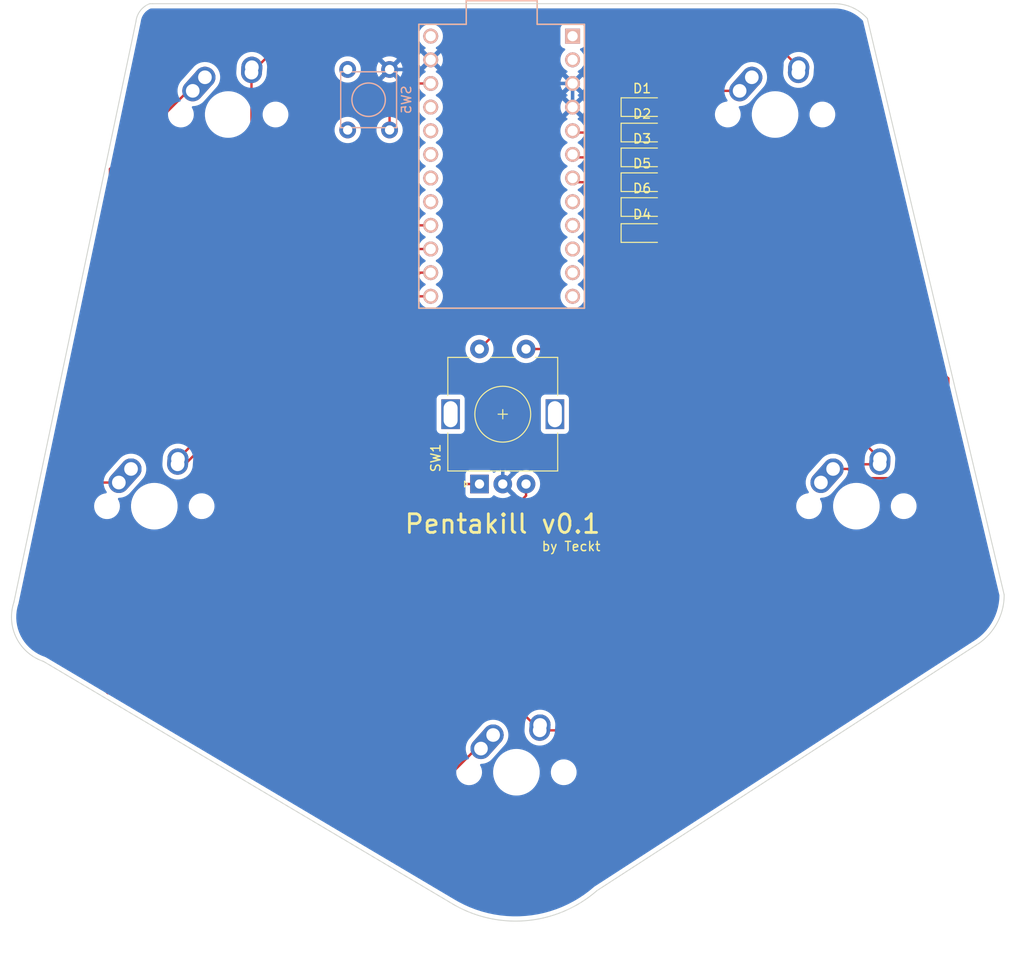
<source format=kicad_pcb>
(kicad_pcb (version 20211014) (generator pcbnew)
  (layers (0 "F.Cu" signal) (31 "B.Cu" signal) (34 "B.Paste" user) (35 "F.Paste" user) (36 "B.SilkS" user "B.Silkscreen") (37 "F.SilkS" user "F.Silkscreen") (38 "B.Mask" user) (39 "F.Mask" user) (44 "Edge.Cuts" user))
  (net 0 "")
  (net 1 "ROW0")
  (net 2 "Net-(D1-Pad2)")
  (net 3 "Net-(D2-Pad2)")
  (net 4 "ROW1")
  (net 5 "Net-(D3-Pad2)")
  (net 6 "Net-(D4-Pad2)")
  (net 7 "ROW2")
  (net 8 "Net-(D5-Pad2)")
  (net 9 "Net-(D6-Pad2)")
  (net 10 "ENCA")
  (net 11 "ENCB")
  (net 12 "GND")
  (net 13 "COL1")
  (net 14 "COL0")
  (net 26 "Net-(SW5-Pad3)")
  (footprint "Rotary_Encoder:RotaryEncoder_Alps_EC11E-Switch_Vertical_H20mm" (layer "F.Cu") (at 138.1125 96.04375 90)
    (fp_text reference "SW1" (at 2.8 -4.7 90) (layer "F.SilkS"))
    (fp_text value "RotaryEncoder_Switch")
    (fp_line (start 5.5 8.4) (end 1.4 8.4) (layer "F.SilkS") (width 0.12))
    (fp_line (start 5.5 -3.4) (end 1.4 -3.4) (layer "F.SilkS") (width 0.12))
    (fp_line (start 1.4 -3.4) (end 1.4 8.4) (layer "F.SilkS") (width 0.12))
    (fp_line (start -0.3 -1.6) (end 0.3 -1.6) (layer "F.SilkS") (width 0.12))
    (fp_line (start 13.6 6) (end 13.6 8.4) (layer "F.SilkS") (width 0.12))
    (fp_line (start 9.5 -3.4) (end 13.6 -3.4) (layer "F.SilkS") (width 0.12))
    (fp_line (start 13.6 -3.4) (end 13.6 -1) (layer "F.SilkS") (width 0.12))
    (fp_line (start 7.5 2) (end 7.5 3) (layer "F.SilkS") (width 0.12))
    (fp_line (start 7 2.5) (end 8 2.5) (layer "F.SilkS") (width 0.12))
    (fp_line (start 0.3 -1.6) (end 0 -1.3) (layer "F.SilkS") (width 0.12))
    (fp_line (start 0 -1.3) (end -0.3 -1.6) (layer "F.SilkS") (width 0.12))
    (fp_line (start 13.6 1.2) (end 13.6 3.8) (layer "F.SilkS") (width 0.12))
    (fp_line (start 13.6 8.4) (end 9.5 8.4) (layer "F.SilkS") (width 0.12))
    (fp_circle (center 7.5 2.5) (end 10.5 2.5) (layer "F.SilkS") (width 0.12) (fill none))
    (pad "A" thru_hole rect (at 0 0 90) (size 2 2) (drill 1) (layers *.Cu *.Mask) (net 10 "ENCA"))
    (pad "B" thru_hole circle (at 0 5 90) (size 2 2) (drill 1) (layers *.Cu *.Mask) (net 11 "ENCB"))
    (pad "C" thru_hole circle (at 0 2.5 90) (size 2 2) (drill 1) (layers *.Cu *.Mask) (net 12 "GND"))
    (pad "MP" thru_hole rect (at 7.5 -3.1 90) (size 3.2 2) (drill oval 2.8 1.5) (layers *.Cu *.Mask))
    (pad "MP" thru_hole rect (at 7.5 8.1 90) (size 3.2 2) (drill oval 2.8 1.5) (layers *.Cu *.Mask))
    (pad "S1" thru_hole circle (at 14.5 5 90) (size 2 2) (drill 1) (layers *.Cu *.Mask) (net 13 "COL1"))
    (pad "S2" thru_hole circle (at 14.5 0 90) (size 2 2) (drill 1) (layers *.Cu *.Mask) (net 3 "Net-(D2-Pad2)"))
  )
  (footprint "MX_Alps_Hybrid:MX-1U-NoLED" (layer "F.Cu") (at 169.8625 56.35625)
    (fp_text reference "SW2")
    (fp_text value "SW_Push")
    (pad "" np_thru_hole circle locked (at 5.08 0 48.0996) (size 1.75 1.75) (drill 1.75) (layers *.Cu *.Mask))
    (pad "" np_thru_hole circle locked (at 0 0) (size 3.9878 3.9878) (drill 3.9878) (layers *.Cu *.Mask))
    (pad "" np_thru_hole circle locked (at -5.08 0 48.0996) (size 1.75 1.75) (drill 1.75) (layers *.Cu *.Mask))
    (pad "1" thru_hole oval locked (at -3.81 -2.54 48.0996) (size 4.211556 2.25) (drill 1.47 (offset 0.980778 0)) (layers *.Cu "B.Mask") (net 2 "Net-(D1-Pad2)"))
    (pad "1" thru_hole circle locked (at -2.5 -4) (size 2.25 2.25) (drill 1.47) (layers *.Cu "B.Mask") (net 2 "Net-(D1-Pad2)"))
    (pad "2" thru_hole oval locked (at 2.5 -4.5 86.0548) (size 2.831378 2.25) (drill 1.47 (offset 0.290689 0)) (layers *.Cu "B.Mask") (net 14 "COL0"))
    (pad "2" thru_hole circle locked (at 2.54 -5.08) (size 2.25 2.25) (drill 1.47) (layers *.Cu "B.Mask") (net 14 "COL0"))
  )
  (footprint "MX_Alps_Hybrid:MX-1U-NoLED" (layer "F.Cu") (at 103.1875 98.425)
    (fp_text reference "SW6")
    (fp_text value "SW_Push")
    (pad "" np_thru_hole circle locked (at -5.08 0 48.0996) (size 1.75 1.75) (drill 1.75) (layers *.Cu *.Mask))
    (pad "" np_thru_hole circle locked (at 0 0) (size 3.9878 3.9878) (drill 3.9878) (layers *.Cu *.Mask))
    (pad "" np_thru_hole circle locked (at 5.08 0 48.0996) (size 1.75 1.75) (drill 1.75) (layers *.Cu *.Mask))
    (pad "1" thru_hole circle locked (at -2.5 -4) (size 2.25 2.25) (drill 1.47) (layers *.Cu "B.Mask") (net 8 "Net-(D5-Pad2)"))
    (pad "1" thru_hole oval locked (at -3.81 -2.54 48.0996) (size 4.211556 2.25) (drill 1.47 (offset 0.980778 0)) (layers *.Cu "B.Mask") (net 8 "Net-(D5-Pad2)"))
    (pad "2" thru_hole oval locked (at 2.5 -4.5 86.0548) (size 2.831378 2.25) (drill 1.47 (offset 0.290689 0)) (layers *.Cu "B.Mask") (net 14 "COL0"))
    (pad "2" thru_hole circle locked (at 2.54 -5.08) (size 2.25 2.25) (drill 1.47) (layers *.Cu "B.Mask") (net 14 "COL0"))
  )
  (footprint "Diode_SMD:D_SOD-123" (layer "F.Cu") (at 155.575 58.293)
    (fp_text reference "D2" (at 0 -2) (layer "F.SilkS"))
    (fp_text value "D_Small")
    (fp_line (start -2.25 -1) (end -2.25 1) (layer "F.SilkS") (width 0.12))
    (fp_line (start -2.25 1) (end 1.65 1) (layer "F.SilkS") (width 0.12))
    (fp_line (start -2.25 -1) (end 1.65 -1) (layer "F.SilkS") (width 0.12))
    (pad "1" smd rect (at -1.65 0) (size 0.9 1.2) (layers "F.Cu" "F.Paste" "F.Mask") (net 1 "ROW0"))
    (pad "2" smd rect (at 1.65 0) (size 0.9 1.2) (layers "F.Cu" "F.Paste" "F.Mask") (net 3 "Net-(D2-Pad2)"))
  )
  (footprint "MX_Alps_Hybrid:MX-1U-NoLED" (layer "F.Cu") (at 142.08125 127)
    (fp_text reference "SW7")
    (fp_text value "SW_Push")
    (pad "" np_thru_hole circle locked (at 0 0) (size 3.9878 3.9878) (drill 3.9878) (layers *.Cu *.Mask))
    (pad "" np_thru_hole circle locked (at 5.08 0 48.0996) (size 1.75 1.75) (drill 1.75) (layers *.Cu *.Mask))
    (pad "" np_thru_hole circle locked (at -5.08 0 48.0996) (size 1.75 1.75) (drill 1.75) (layers *.Cu *.Mask))
    (pad "1" thru_hole circle locked (at -2.5 -4) (size 2.25 2.25) (drill 1.47) (layers *.Cu "B.Mask") (net 9 "Net-(D6-Pad2)"))
    (pad "1" thru_hole oval locked (at -3.81 -2.54 48.0996) (size 4.211556 2.25) (drill 1.47 (offset 0.980778 0)) (layers *.Cu "B.Mask") (net 9 "Net-(D6-Pad2)"))
    (pad "2" thru_hole oval locked (at 2.5 -4.5 86.0548) (size 2.831378 2.25) (drill 1.47 (offset 0.290689 0)) (layers *.Cu "B.Mask") (net 13 "COL1"))
    (pad "2" thru_hole circle locked (at 2.54 -5.08) (size 2.25 2.25) (drill 1.47) (layers *.Cu "B.Mask") (net 13 "COL1"))
  )
  (footprint "Diode_SMD:D_SOD-123" (layer "F.Cu") (at 155.575 63.627)
    (fp_text reference "D5" (at 0 -2) (layer "F.SilkS"))
    (fp_text value "D_Small")
    (fp_line (start -2.25 1) (end 1.65 1) (layer "F.SilkS") (width 0.12))
    (fp_line (start -2.25 -1) (end 1.65 -1) (layer "F.SilkS") (width 0.12))
    (fp_line (start -2.25 -1) (end -2.25 1) (layer "F.SilkS") (width 0.12))
    (pad "1" smd rect (at -1.65 0) (size 0.9 1.2) (layers "F.Cu" "F.Paste" "F.Mask") (net 7 "ROW2"))
    (pad "2" smd rect (at 1.65 0) (size 0.9 1.2) (layers "F.Cu" "F.Paste" "F.Mask") (net 8 "Net-(D5-Pad2)"))
  )
  (footprint "Diode_SMD:D_SOD-123" (layer "F.Cu") (at 155.575 55.5625)
    (fp_text reference "D1" (at 0 -2) (layer "F.SilkS"))
    (fp_text value "D_Small")
    (fp_line (start -2.25 1) (end 1.65 1) (layer "F.SilkS") (width 0.12))
    (fp_line (start -2.25 -1) (end -2.25 1) (layer "F.SilkS") (width 0.12))
    (fp_line (start -2.25 -1) (end 1.65 -1) (layer "F.SilkS") (width 0.12))
    (pad "1" smd rect (at -1.65 0) (size 0.9 1.2) (layers "F.Cu" "F.Paste" "F.Mask") (net 1 "ROW0"))
    (pad "2" smd rect (at 1.65 0) (size 0.9 1.2) (layers "F.Cu" "F.Paste" "F.Mask") (net 2 "Net-(D1-Pad2)"))
  )
  (footprint "Diode_SMD:D_SOD-123" (layer "F.Cu") (at 155.575 69.088)
    (fp_text reference "D4" (at 0 -2) (layer "F.SilkS"))
    (fp_text value "D_Small")
    (fp_line (start -2.25 -1) (end -2.25 1) (layer "F.SilkS") (width 0.12))
    (fp_line (start -2.25 1) (end 1.65 1) (layer "F.SilkS") (width 0.12))
    (fp_line (start -2.25 -1) (end 1.65 -1) (layer "F.SilkS") (width 0.12))
    (pad "1" smd rect (at -1.65 0) (size 0.9 1.2) (layers "F.Cu" "F.Paste" "F.Mask") (net 4 "ROW1"))
    (pad "2" smd rect (at 1.65 0) (size 0.9 1.2) (layers "F.Cu" "F.Paste" "F.Mask") (net 6 "Net-(D4-Pad2)"))
  )
  (footprint "MX_Alps_Hybrid:MX-1U-NoLED" (layer "F.Cu") (at 178.59375 98.425)
    (fp_text reference "SW4")
    (fp_text value "SW_Push")
    (pad "" np_thru_hole circle locked (at 5.08 0 48.0996) (size 1.75 1.75) (drill 1.75) (layers *.Cu *.Mask))
    (pad "" np_thru_hole circle locked (at -5.08 0 48.0996) (size 1.75 1.75) (drill 1.75) (layers *.Cu *.Mask))
    (pad "" np_thru_hole circle locked (at 0 0) (size 3.9878 3.9878) (drill 3.9878) (layers *.Cu *.Mask))
    (pad "1" thru_hole oval locked (at -3.81 -2.54 48.0996) (size 4.211556 2.25) (drill 1.47 (offset 0.980778 0)) (layers *.Cu "B.Mask") (net 6 "Net-(D4-Pad2)"))
    (pad "1" thru_hole circle locked (at -2.5 -4) (size 2.25 2.25) (drill 1.47) (layers *.Cu "B.Mask") (net 6 "Net-(D4-Pad2)"))
    (pad "2" thru_hole oval locked (at 2.5 -4.5 86.0548) (size 2.831378 2.25) (drill 1.47 (offset 0.290689 0)) (layers *.Cu "B.Mask") (net 13 "COL1"))
    (pad "2" thru_hole circle locked (at 2.54 -5.08) (size 2.25 2.25) (drill 1.47) (layers *.Cu "B.Mask") (net 13 "COL1"))
  )
  (footprint "Diode_SMD:D_SOD-123" (layer "F.Cu") (at 155.575 60.96)
    (fp_text reference "D3" (at 0 -2) (layer "F.SilkS"))
    (fp_text value "D_Small")
    (fp_line (start -2.25 -1) (end -2.25 1) (layer "F.SilkS") (width 0.12))
    (fp_line (start -2.25 -1) (end 1.65 -1) (layer "F.SilkS") (width 0.12))
    (fp_line (start -2.25 1) (end 1.65 1) (layer "F.SilkS") (width 0.12))
    (pad "1" smd rect (at -1.65 0) (size 0.9 1.2) (layers "F.Cu" "F.Paste" "F.Mask") (net 4 "ROW1"))
    (pad "2" smd rect (at 1.65 0) (size 0.9 1.2) (layers "F.Cu" "F.Paste" "F.Mask") (net 5 "Net-(D3-Pad2)"))
  )
  (footprint "Diode_SMD:D_SOD-123" (layer "F.Cu") (at 155.575 66.294)
    (fp_text reference "D6" (at 0 -2) (layer "F.SilkS"))
    (fp_text value "D_Small")
    (fp_line (start -2.25 -1) (end 1.65 -1) (layer "F.SilkS") (width 0.12))
    (fp_line (start -2.25 -1) (end -2.25 1) (layer "F.SilkS") (width 0.12))
    (fp_line (start -2.25 1) (end 1.65 1) (layer "F.SilkS") (width 0.12))
    (pad "1" smd rect (at -1.65 0) (size 0.9 1.2) (layers "F.Cu" "F.Paste" "F.Mask") (net 7 "ROW2"))
    (pad "2" smd rect (at 1.65 0) (size 0.9 1.2) (layers "F.Cu" "F.Paste" "F.Mask") (net 9 "Net-(D6-Pad2)"))
  )
  (footprint "MX_Alps_Hybrid:MX-1U-NoLED" (layer "F.Cu") (at 111.125 56.35625)
    (fp_text reference "SW3")
    (fp_text value "SW_Push")
    (pad "" np_thru_hole circle locked (at -5.08 0 48.0996) (size 1.75 1.75) (drill 1.75) (layers *.Cu *.Mask))
    (pad "" np_thru_hole circle locked (at 5.08 0 48.0996) (size 1.75 1.75) (drill 1.75) (layers *.Cu *.Mask))
    (pad "" np_thru_hole circle locked (at 0 0) (size 3.9878 3.9878) (drill 3.9878) (layers *.Cu *.Mask))
    (pad "1" thru_hole oval locked (at -3.81 -2.54 48.0996) (size 4.211556 2.25) (drill 1.47 (offset 0.980778 0)) (layers *.Cu "B.Mask") (net 5 "Net-(D3-Pad2)"))
    (pad "1" thru_hole circle locked (at -2.5 -4) (size 2.25 2.25) (drill 1.47) (layers *.Cu "B.Mask") (net 5 "Net-(D3-Pad2)"))
    (pad "2" thru_hole oval locked (at 2.5 -4.5 86.0548) (size 2.831378 2.25) (drill 1.47 (offset 0.290689 0)) (layers *.Cu "B.Mask") (net 14 "COL0"))
    (pad "2" thru_hole circle locked (at 2.54 -5.08) (size 2.25 2.25) (drill 1.47) (layers *.Cu "B.Mask") (net 14 "COL0"))
  )
  (footprint "random-keyboard-parts:PushButton_6x6mm_TH" (layer "B.Cu") (at 126.20625 54.76875 -90)
    (fp_text reference "SW5" (at 0 -4.064 90) (layer "B.SilkS") (effects (justify mirror)))
    (fp_text value "SW_MEC_5E")
    (fp_line (start -3 -3) (end -3 3) (layer "B.SilkS") (width 0.15))
    (fp_line (start 3 -3) (end -3 -3) (layer "B.SilkS") (width 0.15))
    (fp_line (start 3 3) (end 3 -3) (layer "B.SilkS") (width 0.15))
    (fp_line (start -3 3) (end 3 3) (layer "B.SilkS") (width 0.15))
    (fp_circle (center 0 0) (end 1.27 1.27) (layer "B.SilkS") (width 0.15) (fill none))
    (pad "1" thru_hole circle locked (at 3.25 2.25 270) (size 1.8 1.8) (drill 1) (layers *.Cu *.Mask))
    (pad "2" thru_hole circle locked (at -3.25 -2.25 270) (size 1.8 1.8) (drill 1) (layers *.Cu *.Mask) (net 12 "GND"))
    (pad "3" thru_hole circle locked (at 3.25 -2.25 270) (size 1.8 1.8) (drill 1) (layers *.Cu *.Mask) (net 26 "Net-(SW5-Pad3)"))
    (pad "4" thru_hole circle locked (at -3.25 2.25 270) (size 1.8 1.8) (drill 1) (layers *.Cu *.Mask))
  )
  (footprint "promicro:ProMicro" (layer "B.Cu") (at 140.49375 61.9125 -90)
    (fp_text reference "U1" hide)
    (fp_text value "ProMicro")
    (fp_line (start -15.24 -8.89) (end 15.24 -8.89) (layer "B.SilkS") (width 0.15))
    (fp_line (start -17.78 -3.81) (end -17.78 3.81) (layer "B.SilkS") (width 0.15))
    (fp_line (start -17.78 3.81) (end -15.24 3.81) (layer "B.SilkS") (width 0.15))
    (fp_line (start -15.24 -8.89) (end -15.24 -3.81) (layer "B.SilkS") (width 0.15))
    (fp_line (start 15.24 8.89) (end 15.24 -8.89) (layer "B.SilkS") (width 0.15))
    (fp_line (start -15.24 8.89) (end 15.24 8.89) (layer "B.SilkS") (width 0.15))
    (fp_line (start -15.24 -3.81) (end -17.78 -3.81) (layer "B.SilkS") (width 0.15))
    (fp_line (start -15.24 3.81) (end -15.24 8.89) (layer "B.SilkS") (width 0.15))
    (fp_line (start -17.78 3.81) (end -15.24 3.81) (layer "F.SilkS") (width 0.15))
    (fp_line (start 15.24 8.89) (end 15.24 -8.89) (layer "F.SilkS") (width 0.15))
    (fp_line (start -15.24 8.89) (end 15.24 8.89) (layer "F.SilkS") (width 0.15))
    (fp_line (start -15.24 3.81) (end -15.24 8.89) (layer "F.SilkS") (width 0.15))
    (fp_line (start 15.24 -8.89) (end -15.24 -8.89) (layer "F.SilkS") (width 0.15))
    (fp_line (start -15.24 -8.89) (end -15.24 -3.81) (layer "F.SilkS") (width 0.15))
    (fp_line (start -17.78 -3.81) (end -17.78 3.81) (layer "F.SilkS") (width 0.15))
    (fp_line (start -15.24 -3.81) (end -17.78 -3.81) (layer "F.SilkS") (width 0.15))
    (pad "1" thru_hole rect locked (at -13.97 -7.62 270) (size 1.6 1.6) (drill 1.1) (layers *.Cu *.Mask "B.SilkS"))
    (pad "2" thru_hole circle locked (at -11.43 -7.62 270) (size 1.6 1.6) (drill 1.1) (layers *.Cu *.Mask "B.SilkS"))
    (pad "3" thru_hole circle locked (at -8.89 -7.62 270) (size 1.6 1.6) (drill 1.1) (layers *.Cu *.Mask "B.SilkS") (net 12 "GND"))
    (pad "4" thru_hole circle locked (at -6.35 -7.62 270) (size 1.6 1.6) (drill 1.1) (layers *.Cu *.Mask "B.SilkS") (net 12 "GND"))
    (pad "5" thru_hole circle locked (at -3.81 -7.62 270) (size 1.6 1.6) (drill 1.1) (layers *.Cu *.Mask "B.SilkS") (net 1 "ROW0"))
    (pad "6" thru_hole circle locked (at -1.27 -7.62 270) (size 1.6 1.6) (drill 1.1) (layers *.Cu *.Mask "B.SilkS") (net 4 "ROW1"))
    (pad "7" thru_hole circle locked (at 1.27 -7.62 270) (size 1.6 1.6) (drill 1.1) (layers *.Cu *.Mask "B.SilkS") (net 7 "ROW2"))
    (pad "8" thru_hole circle locked (at 3.81 -7.62 270) (size 1.6 1.6) (drill 1.1) (layers *.Cu *.Mask "B.SilkS"))
    (pad "9" thru_hole circle locked (at 6.35 -7.62 270) (size 1.6 1.6) (drill 1.1) (layers *.Cu *.Mask "B.SilkS"))
    (pad "10" thru_hole circle locked (at 8.89 -7.62 270) (size 1.6 1.6) (drill 1.1) (layers *.Cu *.Mask "B.SilkS"))
    (pad "11" thru_hole circle locked (at 11.43 -7.62 270) (size 1.6 1.6) (drill 1.1) (layers *.Cu *.Mask "B.SilkS"))
    (pad "12" thru_hole circle locked (at 13.97 -7.62 270) (size 1.6 1.6) (drill 1.1) (layers *.Cu *.Mask "B.SilkS"))
    (pad "13" thru_hole circle locked (at 13.97 7.62 270) (size 1.6 1.6) (drill 1.1) (layers *.Cu *.Mask "B.SilkS") (net 10 "ENCA"))
    (pad "14" thru_hole circle locked (at 11.43 7.62 270) (size 1.6 1.6) (drill 1.1) (layers *.Cu *.Mask "B.SilkS") (net 11 "ENCB"))
    (pad "15" thru_hole circle locked (at 8.89 7.62 270) (size 1.6 1.6) (drill 1.1) (layers *.Cu *.Mask "B.SilkS") (net 13 "COL1"))
    (pad "16" thru_hole circle locked (at 6.35 7.62 270) (size 1.6 1.6) (drill 1.1) (layers *.Cu *.Mask "B.SilkS") (net 14 "COL0"))
    (pad "17" thru_hole circle locked (at 3.81 7.62 270) (size 1.6 1.6) (drill 1.1) (layers *.Cu *.Mask "B.SilkS"))
    (pad "18" thru_hole circle locked (at 1.27 7.62 270) (size 1.6 1.6) (drill 1.1) (layers *.Cu *.Mask "B.SilkS"))
    (pad "19" thru_hole circle locked (at -1.27 7.62 270) (size 1.6 1.6) (drill 1.1) (layers *.Cu *.Mask "B.SilkS"))
    (pad "20" thru_hole circle locked (at -3.81 7.62 270) (size 1.6 1.6) (drill 1.1) (layers *.Cu *.Mask "B.SilkS"))
    (pad "21" thru_hole circle locked (at -6.35 7.62 270) (size 1.6 1.6) (drill 1.1) (layers *.Cu *.Mask "B.SilkS"))
    (pad "22" thru_hole circle locked (at -8.89 7.62 270) (size 1.6 1.6) (drill 1.1) (layers *.Cu *.Mask "B.SilkS") (net 26 "Net-(SW5-Pad3)"))
    (pad "23" thru_hole circle locked (at -11.43 7.62 270) (size 1.6 1.6) (drill 1.1) (layers *.Cu *.Mask "B.SilkS") (net 12 "GND"))
    (pad "24" thru_hole circle locked (at -13.97 7.62 270) (size 1.6 1.6) (drill 1.1) (layers *.Cu *.Mask "B.SilkS"))
  )
  (gr_line (start 194.46875 107.95) (end 179.768468 46.044456) (layer "Edge.Cuts") (width 0.1))
  (gr_arc (start 150.749 139.7) (mid 143.112839 142.940338) (end 135.039721 141.033638) (layer "Edge.Cuts") (width 0.1))
  (gr_arc (start 194.46875 107.95) (mid 193.764965 110.855643) (end 191.809613 113.117208) (layer "Edge.Cuts") (width 0.1))
  (gr_line (start 88.106251 108.74375) (end 101.219001 46.355) (layer "Edge.Cuts") (width 0.1))
  (gr_line (start 102.997 44.45538) (end 176.2125 44.45) (layer "Edge.Cuts") (width 0.1))
  (gr_line (start 191.809613 113.117208) (end 150.749 139.7) (layer "Edge.Cuts") (width 0.1))
  (gr_arc (start 176.2125 44.45) (mid 178.161038 44.866858) (end 179.768468 46.044456) (layer "Edge.Cuts") (width 0.1))
  (gr_line (start 135.039721 141.033638) (end 91.28125 115.093749) (layer "Edge.Cuts") (width 0.1))
  (gr_line (start 102.697393 44.45538) (end 102.997 44.45538) (layer "Edge.Cuts") (width 0.1))
  (gr_arc (start 91.28125 115.093749) (mid 88.378623 112.576313) (end 88.106251 108.74375) (layer "Edge.Cuts") (width 0.1))
  (gr_arc (start 101.219001 46.355) (mid 101.689859 45.196354) (end 102.697393 44.45538) (layer "Edge.Cuts") (width 0.1))
  (gr_text "Pentakill v0.1" (at 140.589 100.33) (layer "F.SilkS") (effects (font (size 2 2) (thickness 0.3))))
  (gr_text "by Teckt" (at 147.955 102.743) (layer "F.SilkS") (effects (font (size 1 1))))
  (segment (start 153.925 55.5625) (end 153.925 58.293) (width 0.254) (layer "F.Cu") (net 1))
  (segment (start 153.925 58.293) (end 148.30425 58.293) (width 0.254) (layer "F.Cu") (net 1))
  (segment (start 148.30425 58.293) (end 148.11375 58.1025) (width 0.254) (layer "F.Cu") (net 1))
  (segment (start 166.0525 53.81625) (end 158.97125 53.81625) (width 0.254) (layer "F.Cu") (net 2))
  (segment (start 158.97125 53.81625) (end 157.225 55.5625) (width 0.254) (layer "F.Cu") (net 2))
  (segment (start 156.845 58.293) (end 157.225 58.293) (width 0.254) (layer "F.Cu") (net 3))
  (segment (start 155.956 69.977) (end 155.956 59.182) (width 0.254) (layer "F.Cu") (net 3))
  (segment (start 142.05925 77.597) (end 156.337 77.597) (width 0.254) (layer "F.Cu") (net 3))
  (segment (start 138.1125 81.54375) (end 142.05925 77.597) (width 0.254) (layer "F.Cu") (net 3))
  (segment (start 156.337 70.358) (end 155.956 69.977) (width 0.254) (layer "F.Cu") (net 3))
  (segment (start 155.956 59.182) (end 156.845 58.293) (width 0.254) (layer "F.Cu") (net 3))
  (segment (start 156.337 77.597) (end 156.337 70.358) (width 0.254) (layer "F.Cu") (net 3))
  (segment (start 155.194 62.379) (end 155.194 67.819) (width 0.254) (layer "F.Cu") (net 4))
  (segment (start 153.925 60.96) (end 148.43125 60.96) (width 0.254) (layer "F.Cu") (net 4))
  (segment (start 153.925 60.96) (end 153.925 61.11) (width 0.254) (layer "F.Cu") (net 4))
  (segment (start 148.43125 60.96) (end 148.11375 60.6425) (width 0.254) (layer "F.Cu") (net 4))
  (segment (start 153.925 61.11) (end 155.194 62.379) (width 0.254) (layer "F.Cu") (net 4))
  (segment (start 155.194 67.819) (end 153.925 69.088) (width 0.254) (layer "F.Cu") (net 4))
  (segment (start 164.719 60.96) (end 157.225 60.96) (width 0.254) (layer "F.Cu") (net 5))
  (segment (start 178.816 118.872) (end 190.627 107.061) (width 0.254) (layer "F.Cu") (net 5))
  (segment (start 116.84 126.111) (end 124.587 133.858) (width 0.254) (layer "F.Cu") (net 5))
  (segment (start 111.76 125.984) (end 111.76 126.238) (width 0.254) (layer "F.Cu") (net 5))
  (segment (start 94.488 89.027) (end 94.488 114.808) (width 0.254) (layer "F.Cu") (net 5))
  (segment (start 107.315 53.81625) (end 106.815081 53.81625) (width 0.254) (layer "F.Cu") (net 5))
  (segment (start 190.627 96.901) (end 188.468 94.742) (width 0.254) (layer "F.Cu") (net 5))
  (segment (start 131.572 133.731) (end 157.226 133.731) (width 0.254) (layer "F.Cu") (net 5))
  (segment (start 94.488 114.808) (end 98.171 118.491) (width 0.254) (layer "F.Cu") (net 5))
  (segment (start 116.078 126.111) (end 116.84 126.111) (width 0.254) (layer "F.Cu") (net 5))
  (segment (start 157.226 133.731) (end 172.085 118.872) (width 0.254) (layer "F.Cu") (net 5))
  (segment (start 98.171 118.491) (end 104.267 118.491) (width 0.254) (layer "F.Cu") (net 5))
  (segment (start 188.468 84.709) (end 164.719 60.96) (width 0.254) (layer "F.Cu") (net 5))
  (segment (start 104.267 118.491) (end 111.76 125.984) (width 0.254) (layer "F.Cu") (net 5))
  (segment (start 98.425 85.09) (end 94.488 89.027) (width 0.254) (layer "F.Cu") (net 5))
  (segment (start 111.76 126.238) (end 115.951 126.238) (width 0.254) (layer "F.Cu") (net 5))
  (segment (start 124.587 133.858) (end 131.445 133.858) (width 0.254) (layer "F.Cu") (net 5))
  (segment (start 115.951 126.238) (end 116.078 126.111) (width 0.254) (layer "F.Cu") (net 5))
  (segment (start 172.085 118.872) (end 178.816 118.872) (width 0.254) (layer "F.Cu") (net 5))
  (segment (start 98.425 62.206331) (end 98.425 85.09) (width 0.254) (layer "F.Cu") (net 5))
  (segment (start 188.468 94.742) (end 188.468 84.709) (width 0.254) (layer "F.Cu") (net 5))
  (segment (start 190.627 107.061) (end 190.627 96.901) (width 0.254) (layer "F.Cu") (net 5))
  (segment (start 131.445 133.858) (end 131.572 133.731) (width 0.254) (layer "F.Cu") (net 5))
  (segment (start 106.815081 53.81625) (end 98.425 62.206331) (width 0.254) (layer "F.Cu") (net 5))
  (segment (start 177.68474 94.425) (end 178.674187 95.414447) (width 0.254) (layer "F.Cu") (net 6))
  (segment (start 186.779553 95.414447) (end 187.071 95.123) (width 0.254) (layer "F.Cu") (net 6))
  (segment (start 187.071 85.236122) (end 170.922878 69.088) (width 0.254) (layer "F.Cu") (net 6))
  (segment (start 170.922878 69.088) (end 157.225 69.088) (width 0.254) (layer "F.Cu") (net 6))
  (segment (start 176.09375 94.425) (end 177.68474 94.425) (width 0.254) (layer "F.Cu") (net 6))
  (segment (start 178.674187 95.414447) (end 186.779553 95.414447) (width 0.254) (layer "F.Cu") (net 6))
  (segment (start 187.071 95.123) (end 187.071 85.236122) (width 0.254) (layer "F.Cu") (net 6))
  (segment (start 153.925 63.627) (end 148.55825 63.627) (width 0.254) (layer "F.Cu") (net 7))
  (segment (start 153.925 66.294) (end 153.925 63.627) (width 0.254) (layer "F.Cu") (net 7))
  (segment (start 148.55825 63.627) (end 148.11375 63.1825) (width 0.254) (layer "F.Cu") (net 7))
  (segment (start 94.996 114.554) (end 98.298 117.856) (width 0.254) (layer "F.Cu") (net 8))
  (segment (start 190.17348 106.873146) (end 190.17348 97.409) (width 0.254) (layer "F.Cu") (net 8))
  (segment (start 166.744626 63.627) (end 157.225 63.627) (width 0.254) (layer "F.Cu") (net 8))
  (segment (start 97.282 95.885) (end 94.996 98.171) (width 0.254) (layer "F.Cu") (net 8))
  (segment (start 178.628146 118.41848) (end 190.17348 106.873146) (width 0.254) (layer "F.Cu") (net 8))
  (segment (start 115.189 125.65748) (end 117.14848 125.65748) (width 0.254) (layer "F.Cu") (net 8))
  (segment (start 171.897146 118.41848) (end 178.628146 118.41848) (width 0.254) (layer "F.Cu") (net 8))
  (segment (start 157.038146 133.27748) (end 171.897146 118.41848) (width 0.254) (layer "F.Cu") (net 8))
  (segment (start 94.996 98.171) (end 94.996 114.554) (width 0.254) (layer "F.Cu") (net 8))
  (segment (start 112.32248 125.78448) (end 115.062 125.78448) (width 0.254) (layer "F.Cu") (net 8))
  (segment (start 124.76848 133.27748) (end 157.038146 133.27748) (width 0.254) (layer "F.Cu") (net 8))
  (segment (start 188.01448 84.896854) (end 166.744626 63.627) (width 0.254) (layer "F.Cu") (net 8))
  (segment (start 190.17348 97.409) (end 188.01448 95.25) (width 0.254) (layer "F.Cu") (net 8))
  (segment (start 98.298 117.856) (end 104.394 117.856) (width 0.254) (layer "F.Cu") (net 8))
  (segment (start 188.01448 95.25) (end 188.01448 84.896854) (width 0.254) (layer "F.Cu") (net 8))
  (segment (start 117.14848 125.65748) (end 124.76848 133.27748) (width 0.254) (layer "F.Cu") (net 8))
  (segment (start 104.394 117.856) (end 112.32248 125.78448) (width 0.254) (layer "F.Cu") (net 8))
  (segment (start 115.062 125.78448) (end 115.189 125.65748) (width 0.254) (layer "F.Cu") (net 8))
  (segment (start 99.3775 95.885) (end 97.282 95.885) (width 0.254) (layer "F.Cu") (net 8))
  (segment (start 137.771331 124.46) (end 134.62 127.611331) (width 0.254) (layer "F.Cu") (net 9))
  (segment (start 138.27125 124.46) (end 137.771331 124.46) (width 0.254) (layer "F.Cu") (net 9))
  (segment (start 134.62 127.611331) (end 134.62 132.82396) (width 0.254) (layer "F.Cu") (net 9))
  (segment (start 187.56096 95.758) (end 187.56096 85.084708) (width 0.254) (layer "F.Cu") (net 9))
  (segment (start 187.56096 85.084708) (end 168.770252 66.294) (width 0.254) (layer "F.Cu") (net 9))
  (segment (start 134.62 132.82396) (end 156.60904 132.82396) (width 0.254) (layer "F.Cu") (net 9))
  (segment (start 171.704 117.729) (end 178.676252 117.729) (width 0.254) (layer "F.Cu") (net 9))
  (segment (start 168.770252 66.294) (end 157.225 66.294) (width 0.254) (layer "F.Cu") (net 9))
  (segment (start 189.71996 106.685292) (end 189.71996 97.917) (width 0.254) (layer "F.Cu") (net 9))
  (segment (start 178.676252 117.729) (end 189.71996 106.685292) (width 0.254) (layer "F.Cu") (net 9))
  (segment (start 156.60904 132.82396) (end 171.704 117.729) (width 0.254) (layer "F.Cu") (net 9))
  (segment (start 189.71996 97.917) (end 187.56096 95.758) (width 0.254) (layer "F.Cu") (net 9))
  (segment (start 130.175 93.853) (end 130.175 76.581) (width 0.254) (layer "F.Cu") (net 10))
  (segment (start 132.36575 96.04375) (end 130.175 93.853) (width 0.254) (layer "F.Cu") (net 10))
  (segment (start 130.175 76.581) (end 130.8735 75.8825) (width 0.254) (layer "F.Cu") (net 10))
  (segment (start 130.8735 75.8825) (end 132.87375 75.8825) (width 0.254) (layer "F.Cu") (net 10))
  (segment (start 138.1125 96.04375) (end 132.36575 96.04375) (width 0.254) (layer "F.Cu") (net 10))
  (segment (start 129.413 93.98) (end 129.413 75.67188) (width 0.254) (layer "F.Cu") (net 11))
  (segment (start 129.413 75.67188) (end 131.74238 73.3425) (width 0.254) (layer "F.Cu") (net 11))
  (segment (start 131.74238 73.3425) (end 132.87375 73.3425) (width 0.254) (layer "F.Cu") (net 11))
  (segment (start 143.1125 96.04375) (end 143.1125 97.2985) (width 0.254) (layer "F.Cu") (net 11))
  (segment (start 142.494 97.917) (end 133.35 97.917) (width 0.254) (layer "F.Cu") (net 11))
  (segment (start 143.1125 97.2985) (end 142.494 97.917) (width 0.254) (layer "F.Cu") (net 11))
  (segment (start 133.35 97.917) (end 129.413 93.98) (width 0.254) (layer "F.Cu") (net 11))
  (segment (start 148.11375 53.0225) (end 135.41375 53.0225) (width 0.381) (layer "B.Cu") (net 12))
  (segment (start 148.11375 53.0225) (end 148.11375 55.5625) (width 0.381) (layer "B.Cu") (net 12))
  (segment (start 128.45625 51.51875) (end 131.8375 51.51875) (width 0.381) (layer "B.Cu") (net 12))
  (segment (start 140.6125 96.04375) (end 140.6125 63.06375) (width 0.381) (layer "B.Cu") (net 12))
  (segment (start 135.41375 53.0225) (end 132.87375 50.4825) (width 0.381) (layer "B.Cu") (net 12))
  (segment (start 131.8375 51.51875) (end 132.87375 50.4825) (width 0.381) (layer "B.Cu") (net 12))
  (segment (start 140.6125 63.06375) (end 148.11375 55.5625) (width 0.381) (layer "B.Cu") (net 12))
  (segment (start 98.485854 117.40248) (end 95.44952 114.366146) (width 0.254) (layer "F.Cu") (net 13))
  (segment (start 176.911 91.694) (end 174.498 91.694) (width 0.254) (layer "F.Cu") (net 13))
  (segment (start 127.64402 70.8025) (end 132.87375 70.8025) (width 0.254) (layer "F.Cu") (net 13))
  (segment (start 105.283 104.775) (end 111.506 98.552) (width 0.254) (layer "F.Cu") (net 13))
  (segment (start 140.06296 119.507) (end 126.746 132.82396) (width 0.254) (layer "F.Cu") (net 13))
  (segment (start 111.506 89.662) (end 125.92952 75.23848) (width 0.254) (layer "F.Cu") (net 13))
  (segment (start 111.506 98.552) (end 111.506 89.662) (width 0.254) (layer "F.Cu") (net 13))
  (segment (start 104.59352 117.40248) (end 98.485854 117.40248) (width 0.254) (layer "F.Cu") (net 13))
  (segment (start 117.336334 125.20396) (end 112.649 125.20396) (width 0.254) (layer "F.Cu") (net 13))
  (segment (start 95.44952 114.366146) (end 95.44952 104.775) (width 0.254) (layer "F.Cu") (net 13))
  (segment (start 144.58125 122.48325) (end 141.605 119.507) (width 0.254) (layer "F.Cu") (net 13))
  (segment (start 125.92952 72.517) (end 127.64402 70.8025) (width 0.254) (layer "F.Cu") (net 13))
  (segment (start 167.513 98.679) (end 167.513 112.649) (width 0.254) (layer "F.Cu") (net 13))
  (segment (start 169.3325 81.54375) (end 181.13375 93.345) (width 0.254) (layer "F.Cu") (net 13))
  (segment (start 143.1125 81.54375) (end 169.3325 81.54375) (width 0.254) (layer "F.Cu") (net 13))
  (segment (start 181.09375 93.925) (end 179.142 93.925) (width 0.254) (layer "F.Cu") (net 13))
  (segment (start 157.662 122.5) (end 144.58125 122.5) (width 0.254) (layer "F.Cu") (net 13))
  (segment (start 144.58125 122.5) (end 144.58125 122.48325) (width 0.254) (layer "F.Cu") (net 13))
  (segment (start 125.92952 75.23848) (end 125.92952 72.517) (width 0.254) (layer "F.Cu") (net 13))
  (segment (start 167.513 112.649) (end 157.662 122.5) (width 0.254) (layer "F.Cu") (net 13))
  (segment (start 174.498 91.694) (end 167.513 98.679) (width 0.254) (layer "F.Cu") (net 13))
  (segment (start 141.605 119.507) (end 140.06296 119.507) (width 0.254) (layer "F.Cu") (net 13))
  (segment (start 126.746 132.82396) (end 124.956334 132.82396) (width 0.254) (layer "F.Cu") (net 13))
  (segment (start 112.522 125.33096) (end 104.59352 117.40248) (width 0.254) (layer "F.Cu") (net 13))
  (segment (start 112.649 125.20396) (end 112.522 125.33096) (width 0.254) (layer "F.Cu") (net 13))
  (segment (start 124.956334 132.82396) (end 117.336334 125.20396) (width 0.254) (layer "F.Cu") (net 13))
  (segment (start 95.44952 104.775) (end 105.283 104.775) (width 0.254) (layer "F.Cu") (net 13))
  (segment (start 179.142 93.925) (end 176.911 91.694) (width 0.254) (layer "F.Cu") (net 13))
  (segment (start 105.7275 93.345) (end 113.625 85.4475) (width 0.254) (layer "F.Cu") (net 14))
  (segment (start 126.8095 68.2625) (end 132.87375 68.2625) (width 0.254) (layer "F.Cu") (net 14))
  (segment (start 166.97325 45.847) (end 119.63425 45.847) (width 0.254) (layer "F.Cu") (net 14))
  (segment (start 113.625 85.4475) (end 113.625 51.85625) (width 0.254) (layer "F.Cu") (net 14))
  (segment (start 125.476 74.93) (end 125.476 69.596) (width 0.254) (layer "F.Cu") (net 14))
  (segment (start 172.4025 51.27625) (end 166.97325 45.847) (width 0.254) (layer "F.Cu") (net 14))
  (segment (start 106.481 93.925) (end 125.476 74.93) (width 0.254) (layer "F.Cu") (net 14))
  (segment (start 119.63425 45.847) (end 113.625 51.85625) (width 0.254) (layer "F.Cu") (net 14))
  (segment (start 125.476 69.596) (end 126.8095 68.2625) (width 0.254) (layer "F.Cu") (net 14))
  (segment (start 105.6875 93.925) (end 106.481 93.925) (width 0.254) (layer "F.Cu") (net 14))
  (segment (start 113.625 51.85625) (end 113.625 51.31625) (width 0.254) (layer "B.Cu") (net 14))
  (segment (start 113.625 51.31625) (end 113.665 51.27625) (width 0.254) (layer "B.Cu") (net 14))
  (segment (start 129.3495 53.0225) (end 132.87375 53.0225) (width 0.254) (layer "F.Cu") (net 26))
  (segment (start 128.45625 58.01875) (end 128.45625 53.91575) (width 0.254) (layer "F.Cu") (net 26))
  (segment (start 128.45625 53.91575) (end 129.3495 53.0225) (width 0.254) (layer "F.Cu") (net 26))
  (zone (net 12) (net_name "GND") (layer "B.Cu") (connect_pads (clearance 0.508)) (min_thickness 0.254) (fill yes (thermal_gap 0.508) (thermal_bridge_width 0.508))
    (polygon (pts (xy 196.596 112.522) (xy 138.049 148.336) (xy 86.614 112.649) (xy 100.838 44.196) (xy 180.34 44.069)))
  )
)
</source>
